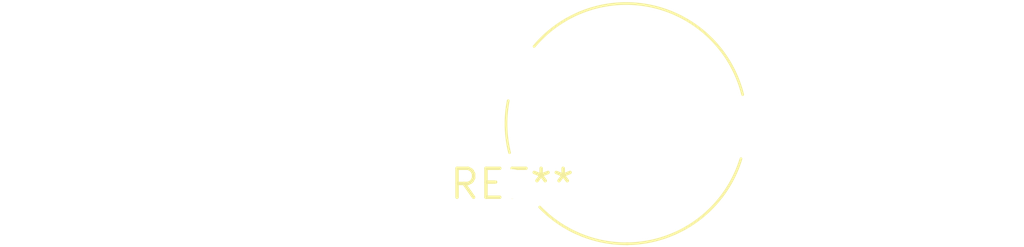
<source format=kicad_pcb>
(kicad_pcb (version 20240108) (generator pcbnew)
  (layers (0 "F.Cu" signal) (31 "B.Cu" signal) (34 "B.Paste" user) (35 "F.Paste" user) (36 "B.SilkS" user "B.Silkscreen") (37 "F.SilkS" user "F.Silkscreen") (38 "B.Mask" user) (39 "F.Mask" user) (44 "Edge.Cuts" user))
  (net 0 "")
  (footprint "Potentiometer_Piher_PT-10-V10_Vertical_Hole" (layer "F.Cu") (at 0 0)
    (property "Reference" "REF**")
    (property "Value" "Potentiometer_Piher_PT-10-V10_Vertical_Hole")
    (fp_arc (start -0.11439 -1.375119) (mid -0.269093 -2.512295) (end -0.174 -3.656) (layer "F.SilkS") (stroke (width 0.12)))
    (fp_arc (start 0.963379 -6.038474) (mid 6.186565 -7.784991) (end 10.114 -3.924) (layer "F.SilkS") (stroke (width 0.12)))
    (fp_arc (start 5.09203 2.619358) (mid 2.983245 2.219015) (end 1.209 1.011) (layer "F.SilkS") (stroke (width 0.12)))
    (fp_arc (start 10.039726 -1.109201) (mid 8.134716 1.586326) (end 5 2.62) (layer "F.SilkS") (stroke (width 0.12)))
    (pad "" np_thru_hole circle (at 5 -2.65) (size 4 4) (drill 4) (layers *.Cu *.Mask))
    (pad "1" thru_hole circle (at 0 0) (size 2.34 2.34) (drill 1.3) (layers *.Cu *.Mask) (remove_unused_layers))
    (pad "2" thru_hole circle (at 10 -2.5) (size 2.34 2.34) (drill 1.3) (layers *.Cu *.Mask) (remove_unused_layers))
    (pad "3" thru_hole circle (at 0 -5) (size 2.34 2.34) (drill 1.3) (layers *.Cu *.Mask) (remove_unused_layers))
  )
)
</source>
